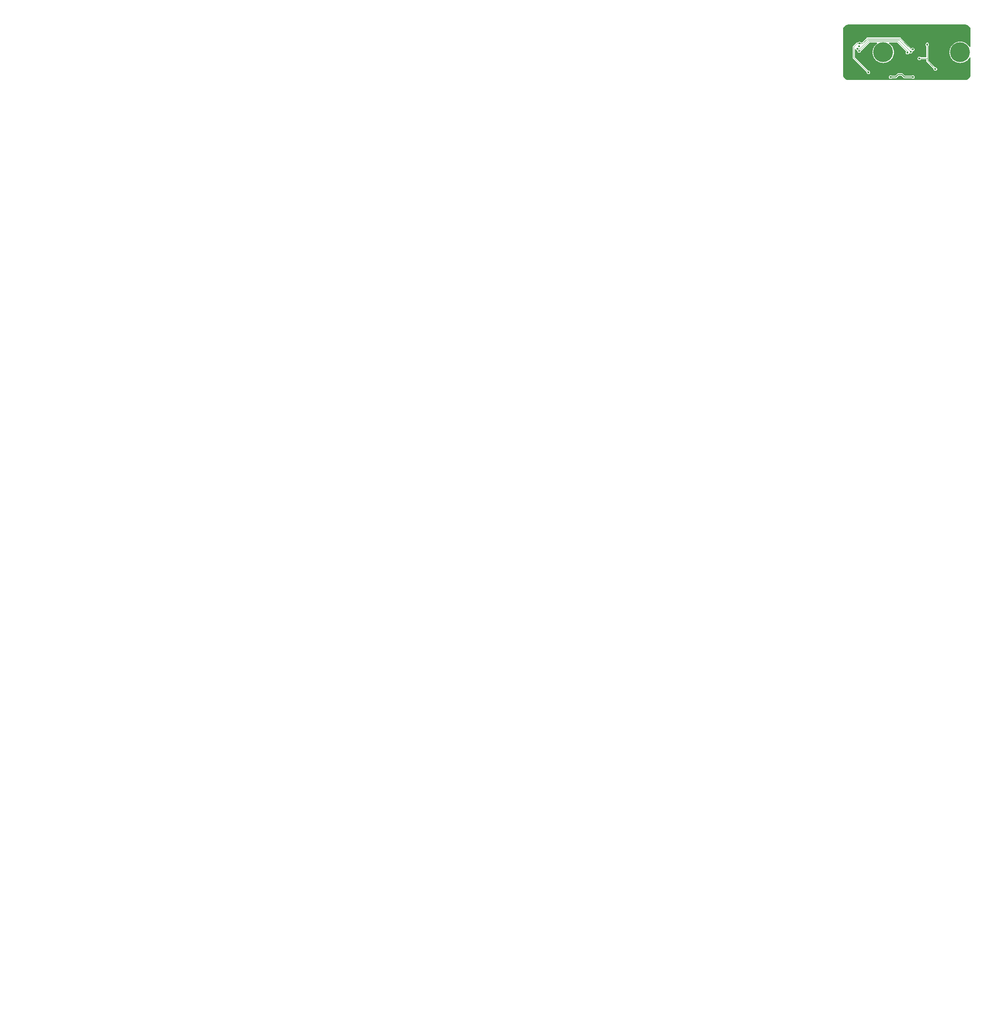
<source format=gbl>
G04*
G04 #@! TF.GenerationSoftware,Altium Limited,Altium Designer,21.6.4 (81)*
G04*
G04 Layer_Physical_Order=4*
G04 Layer_Color=16711680*
%FSLAX44Y44*%
%MOMM*%
G71*
G04*
G04 #@! TF.SameCoordinates,4107C3E3-393E-48B2-8F04-51D99C162D70*
G04*
G04*
G04 #@! TF.FilePolarity,Positive*
G04*
G01*
G75*
%ADD11C,0.2000*%
%ADD49C,0.1250*%
%ADD51C,4.0000*%
%ADD52C,0.4060*%
G36*
X-1647493Y-1856622D02*
X-1649017D01*
D01*
D01*
D01*
D01*
D01*
D01*
D01*
D01*
D01*
D01*
X-1647493D01*
D01*
D02*
G37*
G36*
X250531Y105451D02*
X252547Y104616D01*
X254361Y103404D01*
X255904Y101861D01*
X257116Y100047D01*
X257951Y98031D01*
X258377Y95891D01*
Y60791D01*
X256376Y60298D01*
X256235Y60567D01*
X255563Y61679D01*
X254825Y62748D01*
X254024Y63771D01*
X253162Y64743D01*
X252243Y65662D01*
X251271Y66524D01*
X250248Y67325D01*
X249179Y68063D01*
X248067Y68735D01*
X246916Y69339D01*
X245731Y69872D01*
X244517Y70333D01*
X243276Y70720D01*
X242015Y71031D01*
X240737Y71265D01*
X239447Y71421D01*
X238150Y71500D01*
X236850D01*
X235553Y71421D01*
X234263Y71265D01*
X232985Y71031D01*
X231724Y70720D01*
X230483Y70333D01*
X229269Y69872D01*
X228084Y69339D01*
X226933Y68735D01*
X225821Y68063D01*
X224752Y67325D01*
X223729Y66524D01*
X222757Y65662D01*
X221838Y64743D01*
X220976Y63771D01*
X220175Y62748D01*
X219437Y61679D01*
X218765Y60567D01*
X218161Y59416D01*
X217628Y58231D01*
X217167Y57017D01*
X216780Y55776D01*
X216469Y54514D01*
X216235Y53236D01*
X216078Y51947D01*
X216000Y50650D01*
Y49350D01*
X216078Y48053D01*
X216235Y46764D01*
X216469Y45486D01*
X216780Y44224D01*
X217167Y42983D01*
X217628Y41769D01*
X218161Y40584D01*
X218765Y39433D01*
X219437Y38321D01*
X220175Y37252D01*
X220976Y36229D01*
X221838Y35257D01*
X222757Y34338D01*
X223729Y33476D01*
X224752Y32675D01*
X225821Y31937D01*
X226933Y31265D01*
X228084Y30661D01*
X229269Y30127D01*
X230483Y29667D01*
X231724Y29280D01*
X232985Y28969D01*
X234263Y28735D01*
X235553Y28579D01*
X236850Y28500D01*
X238150D01*
X239447Y28579D01*
X240737Y28735D01*
X242015Y28969D01*
X243276Y29280D01*
X244517Y29667D01*
X245731Y30127D01*
X246916Y30661D01*
X248067Y31265D01*
X249179Y31937D01*
X250248Y32675D01*
X251271Y33476D01*
X252243Y34338D01*
X253162Y35257D01*
X254024Y36229D01*
X254825Y37252D01*
X255563Y38321D01*
X256235Y39433D01*
X256376Y39702D01*
X258377Y39209D01*
Y4109D01*
X257951Y1969D01*
X257116Y-47D01*
X255904Y-1861D01*
X254361Y-3404D01*
X252547Y-4616D01*
X250531Y-5451D01*
X248391Y-5877D01*
X247300D01*
X12700Y-5877D01*
X11609D01*
X9469Y-5451D01*
X7453Y-4616D01*
X5639Y-3404D01*
X4096Y-1861D01*
X2884Y-47D01*
X2049Y1969D01*
X1623Y4109D01*
Y5200D01*
Y94800D01*
Y95891D01*
X2049Y98031D01*
X2884Y100047D01*
X4096Y101861D01*
X5639Y103404D01*
X7453Y104616D01*
X9469Y105451D01*
X11609Y105877D01*
X12700D01*
X247300Y105877D01*
X248391D01*
X250531Y105451D01*
D02*
G37*
%LPC*%
G36*
X116500Y79757D02*
X72751D01*
X72418Y79730D01*
X72402Y79727D01*
X50500D01*
X50167Y79700D01*
X49841Y79622D01*
X49532Y79494D01*
X49247Y79320D01*
X48993Y79102D01*
X39522Y69632D01*
X37564D01*
X37410Y69833D01*
X37083Y70160D01*
X36715Y70441D01*
X36315Y70673D01*
X35887Y70850D01*
X35440Y70970D01*
X34981Y71030D01*
X34519D01*
X34060Y70970D01*
X33613Y70850D01*
X33185Y70673D01*
X32785Y70441D01*
X32418Y70160D01*
X32090Y69833D01*
X31936Y69632D01*
X29750D01*
X29417Y69605D01*
X29091Y69527D01*
X28782Y69399D01*
X28497Y69225D01*
X28243Y69007D01*
X21493Y62257D01*
X21275Y62003D01*
X21101Y61718D01*
X20973Y61409D01*
X20895Y61083D01*
X20868Y60750D01*
Y39250D01*
X20895Y38916D01*
X20973Y38591D01*
X21101Y38282D01*
X21275Y37997D01*
X21493Y37743D01*
X49253Y9983D01*
X49220Y9731D01*
Y9269D01*
X49280Y8810D01*
X49400Y8363D01*
X49577Y7935D01*
X49809Y7535D01*
X50090Y7168D01*
X50417Y6840D01*
X50785Y6559D01*
X51185Y6327D01*
X51613Y6150D01*
X52060Y6030D01*
X52519Y5970D01*
X52981D01*
X53440Y6030D01*
X53887Y6150D01*
X54315Y6327D01*
X54715Y6559D01*
X55083Y6840D01*
X55410Y7168D01*
X55691Y7535D01*
X55923Y7935D01*
X56100Y8363D01*
X56220Y8810D01*
X56280Y9269D01*
Y9731D01*
X56220Y10190D01*
X56100Y10637D01*
X55923Y11065D01*
X55691Y11465D01*
X55410Y11832D01*
X55083Y12160D01*
X54715Y12441D01*
X54315Y12673D01*
X53887Y12850D01*
X53440Y12970D01*
X52981Y13030D01*
X52519D01*
X52267Y12997D01*
X25132Y40133D01*
Y55669D01*
X27132Y55932D01*
X27150Y55863D01*
X27327Y55435D01*
X27559Y55035D01*
X27840Y54668D01*
X28168Y54340D01*
X28535Y54059D01*
X28935Y53827D01*
X29363Y53650D01*
X30323Y53272D01*
X30470Y52731D01*
Y52269D01*
X30530Y51810D01*
X30650Y51363D01*
X30827Y50935D01*
X31059Y50535D01*
X31340Y50167D01*
X31667Y49840D01*
X32035Y49559D01*
X32435Y49327D01*
X32863Y49150D01*
X33310Y49030D01*
X33769Y48970D01*
X34231D01*
X34690Y49030D01*
X35137Y49150D01*
X35565Y49327D01*
X35965Y49559D01*
X36332Y49840D01*
X36660Y50167D01*
X36941Y50535D01*
X37173Y50935D01*
X37350Y51363D01*
X37470Y51810D01*
X37530Y52269D01*
Y52590D01*
X37709Y52743D01*
X54929Y69963D01*
X69683D01*
X70701Y68213D01*
X70677Y67963D01*
X69752Y67325D01*
X68729Y66524D01*
X67757Y65662D01*
X66838Y64743D01*
X65976Y63771D01*
X65175Y62748D01*
X64437Y61679D01*
X63765Y60567D01*
X63161Y59416D01*
X62628Y58231D01*
X62167Y57017D01*
X61780Y55776D01*
X61469Y54514D01*
X61235Y53236D01*
X61079Y51947D01*
X61000Y50650D01*
Y49350D01*
X61079Y48053D01*
X61235Y46764D01*
X61469Y45486D01*
X61780Y44224D01*
X62167Y42983D01*
X62628Y41769D01*
X63161Y40584D01*
X63765Y39433D01*
X64437Y38321D01*
X65175Y37252D01*
X65976Y36229D01*
X66838Y35257D01*
X67757Y34338D01*
X68729Y33476D01*
X69752Y32675D01*
X70821Y31937D01*
X71933Y31265D01*
X73084Y30661D01*
X74269Y30127D01*
X75483Y29667D01*
X76724Y29280D01*
X77986Y28969D01*
X79264Y28735D01*
X80553Y28579D01*
X81850Y28500D01*
X83150D01*
X84447Y28579D01*
X85737Y28735D01*
X87015Y28969D01*
X88276Y29280D01*
X89516Y29667D01*
X90731Y30127D01*
X91916Y30661D01*
X93067Y31265D01*
X94179Y31937D01*
X95248Y32675D01*
X96271Y33476D01*
X97243Y34338D01*
X98162Y35257D01*
X99024Y36229D01*
X99825Y37252D01*
X100563Y38321D01*
X101235Y39433D01*
X101839Y40584D01*
X102372Y41769D01*
X102833Y42983D01*
X103220Y44224D01*
X103531Y45486D01*
X103765Y46764D01*
X103921Y48053D01*
X104000Y49350D01*
Y50650D01*
X103921Y51947D01*
X103765Y53236D01*
X103531Y54514D01*
X103220Y55776D01*
X102833Y57017D01*
X102372Y58231D01*
X101839Y59416D01*
X101235Y60567D01*
X100563Y61679D01*
X99825Y62748D01*
X99024Y63771D01*
X98162Y64743D01*
X97243Y65662D01*
X96271Y66524D01*
X95248Y67325D01*
X94280Y67993D01*
X94243Y68245D01*
X94875Y69993D01*
X110242D01*
X128747Y51489D01*
X128590Y51333D01*
X128309Y50965D01*
X128077Y50565D01*
X127900Y50137D01*
X127780Y49690D01*
X127720Y49231D01*
Y48769D01*
X127780Y48310D01*
X127900Y47863D01*
X128077Y47435D01*
X128309Y47035D01*
X128590Y46667D01*
X128918Y46340D01*
X129285Y46059D01*
X129685Y45827D01*
X130113Y45650D01*
X130560Y45530D01*
X131019Y45470D01*
X131481D01*
X131940Y45530D01*
X132387Y45650D01*
X132815Y45827D01*
X133215Y46059D01*
X133582Y46340D01*
X133910Y46667D01*
X134191Y47035D01*
X134918Y47616D01*
X135650Y47882D01*
X136612Y47900D01*
X136616Y47899D01*
X137060Y47780D01*
X137519Y47720D01*
X137981D01*
X138440Y47780D01*
X138887Y47900D01*
X139315Y48077D01*
X139715Y48309D01*
X140083Y48590D01*
X140410Y48917D01*
X140691Y49285D01*
X140923Y49685D01*
X141100Y50113D01*
X141220Y50560D01*
X141280Y51019D01*
X141489Y51636D01*
X142084Y52078D01*
X142565Y52155D01*
X143012Y52275D01*
X143440Y52452D01*
X143840Y52684D01*
X144207Y52965D01*
X144535Y53292D01*
X144816Y53660D01*
X145048Y54060D01*
X145225Y54488D01*
X145345Y54935D01*
X145405Y55394D01*
Y55856D01*
X145345Y56315D01*
X145225Y56762D01*
X145048Y57190D01*
X144816Y57590D01*
X144535Y57958D01*
X144207Y58285D01*
X143840Y58566D01*
X143440Y58798D01*
X143012Y58975D01*
X142565Y59095D01*
X142106Y59155D01*
X141644D01*
X141185Y59095D01*
X140738Y58975D01*
X140310Y58798D01*
X139910Y58566D01*
X139543Y58285D01*
X139215Y57958D01*
X139184Y57955D01*
X118007Y79132D01*
X117753Y79349D01*
X117468Y79524D01*
X117159Y79652D01*
X116833Y79730D01*
X116500Y79757D01*
D02*
G37*
G36*
X171500Y69882D02*
X171167Y69855D01*
X170841Y69777D01*
X170532Y69649D01*
X170247Y69475D01*
X169993Y69257D01*
X169776Y69003D01*
X169601Y68718D01*
X169473Y68409D01*
X169443Y68282D01*
X169285Y68191D01*
X168918Y67910D01*
X168590Y67583D01*
X168309Y67215D01*
X168077Y66815D01*
X167900Y66387D01*
X167780Y65940D01*
X167720Y65481D01*
Y65019D01*
X167780Y64560D01*
X167900Y64113D01*
X168077Y63685D01*
X168309Y63285D01*
X168590Y62917D01*
X168918Y62590D01*
X169285Y62309D01*
X169368Y62260D01*
Y39632D01*
X158064D01*
X157910Y39832D01*
X157583Y40160D01*
X157215Y40441D01*
X156815Y40673D01*
X156387Y40850D01*
X155940Y40970D01*
X155481Y41030D01*
X155019D01*
X154560Y40970D01*
X154113Y40850D01*
X153685Y40673D01*
X153285Y40441D01*
X152917Y40160D01*
X152590Y39832D01*
X152309Y39465D01*
X152077Y39065D01*
X151900Y38637D01*
X151780Y38190D01*
X151720Y37731D01*
Y37269D01*
X151780Y36810D01*
X151900Y36363D01*
X152077Y35935D01*
X152309Y35535D01*
X152590Y35168D01*
X152917Y34840D01*
X153285Y34559D01*
X153685Y34327D01*
X154113Y34150D01*
X154560Y34030D01*
X155019Y33970D01*
X155481D01*
X155940Y34030D01*
X156387Y34150D01*
X156815Y34327D01*
X157215Y34559D01*
X157583Y34840D01*
X157910Y35168D01*
X158064Y35368D01*
X169368D01*
Y32000D01*
X169395Y31667D01*
X169473Y31341D01*
X169601Y31032D01*
X169776Y30747D01*
X169993Y30493D01*
X184003Y16482D01*
X183970Y16231D01*
Y15769D01*
X184030Y15310D01*
X184150Y14863D01*
X184327Y14435D01*
X184559Y14035D01*
X184840Y13668D01*
X185168Y13340D01*
X185535Y13059D01*
X185935Y12827D01*
X186363Y12650D01*
X186810Y12530D01*
X187269Y12470D01*
X187731D01*
X188190Y12530D01*
X188637Y12650D01*
X189065Y12827D01*
X189465Y13059D01*
X189832Y13340D01*
X190160Y13668D01*
X190441Y14035D01*
X190673Y14435D01*
X190850Y14863D01*
X190970Y15310D01*
X191030Y15769D01*
Y16231D01*
X190970Y16690D01*
X190850Y17137D01*
X190673Y17565D01*
X190441Y17965D01*
X190160Y18333D01*
X189832Y18660D01*
X189465Y18941D01*
X189065Y19173D01*
X188637Y19350D01*
X188190Y19470D01*
X187731Y19530D01*
X187269D01*
X187018Y19497D01*
X173632Y32883D01*
Y37500D01*
Y62639D01*
X173910Y62917D01*
X174191Y63285D01*
X174423Y63685D01*
X174600Y64113D01*
X174720Y64560D01*
X174780Y65019D01*
Y65481D01*
X174720Y65940D01*
X174600Y66387D01*
X174423Y66815D01*
X174191Y67215D01*
X173910Y67583D01*
X173622Y67870D01*
X173605Y68084D01*
X173527Y68409D01*
X173399Y68718D01*
X173225Y69003D01*
X173007Y69257D01*
X172753Y69475D01*
X172468Y69649D01*
X172159Y69777D01*
X171833Y69855D01*
X171500Y69882D01*
D02*
G37*
G36*
X120000Y7508D02*
X112500D01*
X112108Y7477D01*
X111725Y7385D01*
X111362Y7234D01*
X111026Y7029D01*
X110727Y6773D01*
X106461Y2508D01*
X99985D01*
X99832Y2660D01*
X99465Y2941D01*
X99065Y3173D01*
X98637Y3350D01*
X98190Y3470D01*
X97731Y3530D01*
X97269D01*
X96810Y3470D01*
X96363Y3350D01*
X95935Y3173D01*
X95535Y2941D01*
X95168Y2660D01*
X94840Y2333D01*
X94559Y1965D01*
X94327Y1565D01*
X94150Y1137D01*
X94030Y690D01*
X93970Y231D01*
Y-231D01*
X94030Y-690D01*
X94150Y-1137D01*
X94327Y-1565D01*
X94559Y-1965D01*
X94840Y-2333D01*
X95168Y-2660D01*
X95535Y-2941D01*
X95935Y-3173D01*
X96363Y-3350D01*
X96810Y-3470D01*
X97269Y-3530D01*
X97731D01*
X98190Y-3470D01*
X98637Y-3350D01*
X99065Y-3173D01*
X99465Y-2941D01*
X99832Y-2660D01*
X99985Y-2508D01*
X107500D01*
X107892Y-2477D01*
X108275Y-2385D01*
X108638Y-2234D01*
X108974Y-2029D01*
X109273Y-1773D01*
X113539Y2492D01*
X118961D01*
X123227Y-1773D01*
X123526Y-2029D01*
X123862Y-2234D01*
X124225Y-2385D01*
X124608Y-2477D01*
X125000Y-2508D01*
X140015D01*
X140168Y-2660D01*
X140535Y-2941D01*
X140935Y-3173D01*
X141363Y-3350D01*
X141810Y-3470D01*
X142269Y-3530D01*
X142731D01*
X143190Y-3470D01*
X143637Y-3350D01*
X144065Y-3173D01*
X144465Y-2941D01*
X144832Y-2660D01*
X145160Y-2333D01*
X145441Y-1965D01*
X145673Y-1565D01*
X145850Y-1137D01*
X145970Y-690D01*
X146030Y-231D01*
Y231D01*
X145970Y690D01*
X145850Y1137D01*
X145673Y1565D01*
X145441Y1965D01*
X145160Y2333D01*
X144832Y2660D01*
X144465Y2941D01*
X144065Y3173D01*
X143637Y3350D01*
X143190Y3470D01*
X142731Y3530D01*
X142269D01*
X141810Y3470D01*
X141363Y3350D01*
X140935Y3173D01*
X140535Y2941D01*
X140168Y2660D01*
X140015Y2508D01*
X126039D01*
X121773Y6773D01*
X121474Y7029D01*
X121138Y7234D01*
X120775Y7385D01*
X120392Y7477D01*
X120000Y7508D01*
D02*
G37*
%LPD*%
D11*
X125000Y0D02*
X142500D01*
X97500D02*
X107500D01*
X112500Y5000D01*
X120000D01*
X125000Y0D01*
D49*
X171500Y37500D02*
Y67750D01*
Y32000D02*
Y37500D01*
X155250D02*
X171500D01*
Y32000D02*
X187500Y16000D01*
X138500Y55625D02*
X141875D01*
X72751Y77625D02*
X116500D01*
X138500Y55625D01*
X131239Y49011D02*
X131250Y49000D01*
X111125Y72125D02*
X131239Y52011D01*
Y49011D02*
Y52011D01*
X75029Y72125D02*
X111125D01*
X50500Y77595D02*
X72721D01*
X40405Y67500D02*
X50500Y77595D01*
X34750Y67500D02*
X40405D01*
X54047Y72095D02*
X74999D01*
X36202Y54250D02*
X54047Y72095D01*
X34000Y52500D02*
X34387D01*
X36137Y54250D01*
X36202D01*
X52907Y74845D02*
X73860D01*
X30500Y57000D02*
X35062D01*
X52907Y74845D01*
X29750Y67500D02*
X34750D01*
X72721Y77595D02*
X72751Y77625D01*
X73890Y74875D02*
X114125D01*
X137750Y51250D01*
X73860Y74845D02*
X73890Y74875D01*
X74999Y72095D02*
X75029Y72125D01*
X23000Y60750D02*
X29750Y67500D01*
X23000Y39250D02*
Y60750D01*
Y39250D02*
X52750Y9500D01*
D51*
X82500Y50000D02*
D03*
X237500D02*
D03*
D52*
X115000Y-2500D02*
D03*
X20000D02*
D03*
X47500D02*
D03*
X75000Y100000D02*
D03*
X52500D02*
D03*
X256077Y65647D02*
D03*
Y25647D02*
D03*
X246077Y5647D02*
D03*
X236077Y25647D02*
D03*
X226077Y5647D02*
D03*
X216077Y65647D02*
D03*
Y25647D02*
D03*
X206077Y5647D02*
D03*
X186077D02*
D03*
X156077Y25647D02*
D03*
X86076Y85647D02*
D03*
X66076D02*
D03*
X56076Y65647D02*
D03*
X6076Y85647D02*
D03*
X16077Y65647D02*
D03*
Y25647D02*
D03*
X6076Y5647D02*
D03*
X203000Y96750D02*
D03*
X203000Y88560D02*
D03*
X203000Y80250D02*
D03*
X203250Y22500D02*
D03*
X171250Y65250D02*
D03*
X187500Y16000D02*
D03*
X127000Y25250D02*
D03*
X109250Y43500D02*
D03*
X99500Y28500D02*
D03*
X34115Y61976D02*
D03*
X34750Y67500D02*
D03*
X7500Y57500D02*
D03*
X247500Y100000D02*
D03*
X221000Y100500D02*
D03*
X15000Y100000D02*
D03*
X97500Y0D02*
D03*
X142500D02*
D03*
X157000Y5500D02*
D03*
Y19500D02*
D03*
X190000Y32500D02*
D03*
X200000D02*
D03*
X190000Y67500D02*
D03*
X200000D02*
D03*
X52750Y9500D02*
D03*
X210000Y42500D02*
D03*
Y57500D02*
D03*
Y67500D02*
D03*
Y32500D02*
D03*
X141750Y89000D02*
D03*
X149940Y89000D02*
D03*
X158250Y89000D02*
D03*
X111750D02*
D03*
X119940Y89000D02*
D03*
X128250Y89000D02*
D03*
X34085Y42415D02*
D03*
X29915Y47415D02*
D03*
X34000Y52500D02*
D03*
X32085Y72415D02*
D03*
X30500Y57000D02*
D03*
X141875Y55625D02*
D03*
X137750Y51250D02*
D03*
X131250Y49000D02*
D03*
X155250Y37500D02*
D03*
X131000Y28250D02*
D03*
X128000Y31250D02*
D03*
M02*

</source>
